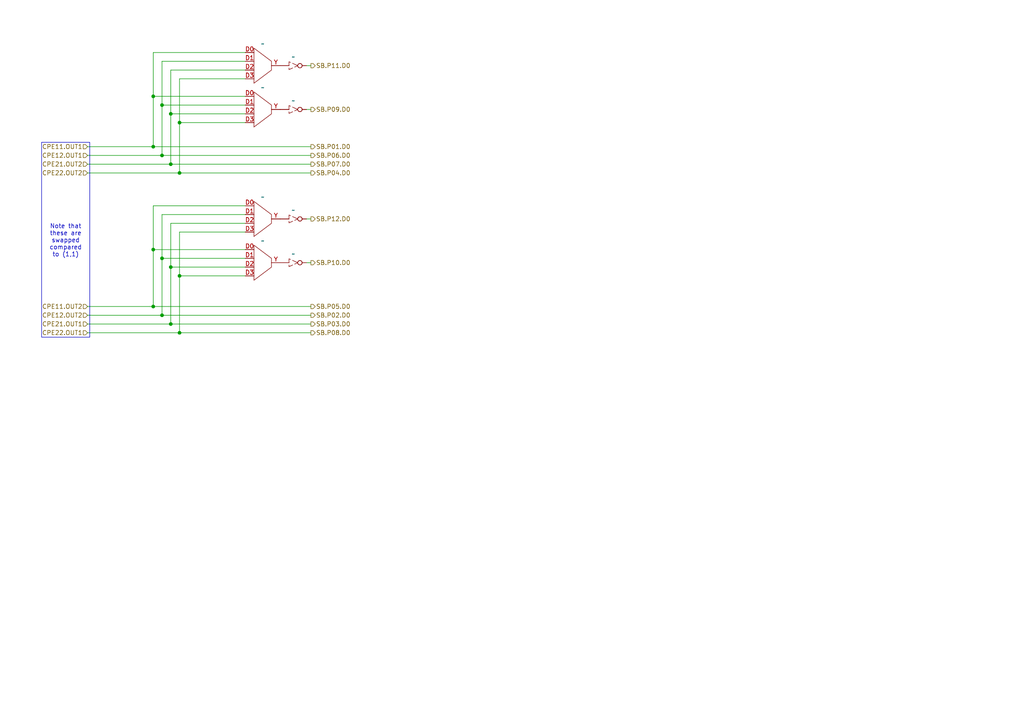
<source format=kicad_sch>
(kicad_sch
	(version 20250114)
	(generator "eeschema")
	(generator_version "9.0")
	(uuid "4e1625c5-cb0b-4f40-8426-42775e024b66")
	(paper "A4")
	(title_block
		(title "Output Multiplexer (2, 2)")
		(date "2025-10-31")
		(rev "1")
		(company "YosysHQ")
	)
	(lib_symbols
		(symbol "NOT_1"
			(exclude_from_sim no)
			(in_bom yes)
			(on_board yes)
			(property "Reference" "U"
				(at 0 0 0)
				(effects
					(font
						(size 1.27 1.27)
					)
				)
			)
			(property "Value" ""
				(at 0 0 0)
				(effects
					(font
						(size 1.27 1.27)
					)
				)
			)
			(property "Footprint" ""
				(at 0 0 0)
				(effects
					(font
						(size 1.27 1.27)
					)
					(hide yes)
				)
			)
			(property "Datasheet" ""
				(at 0 0 0)
				(effects
					(font
						(size 1.27 1.27)
					)
					(hide yes)
				)
			)
			(property "Description" ""
				(at 0 0 0)
				(effects
					(font
						(size 1.27 1.27)
					)
					(hide yes)
				)
			)
			(symbol "NOT_1_0_1"
				(polyline
					(pts
						(xy 1.27 0) (xy -1.27 1.143) (xy -1.27 -1.143) (xy 1.27 0)
					)
					(stroke
						(width 0)
						(type dash)
					)
					(fill
						(type none)
					)
				)
			)
			(symbol "NOT_1_1_1"
				(pin input line
					(at -3.81 0 0)
					(length 2.54)
					(name ""
						(effects
							(font
								(size 1.27 1.27)
							)
						)
					)
					(number ""
						(effects
							(font
								(size 1.27 1.27)
							)
						)
					)
				)
				(pin output inverted
					(at 3.81 0 180)
					(length 2.54)
					(name ""
						(effects
							(font
								(size 1.27 1.27)
							)
						)
					)
					(number ""
						(effects
							(font
								(size 1.27 1.27)
							)
						)
					)
				)
			)
			(embedded_fonts no)
		)
		(symbol "NOT_2"
			(exclude_from_sim no)
			(in_bom yes)
			(on_board yes)
			(property "Reference" "U"
				(at 0 0 0)
				(effects
					(font
						(size 1.27 1.27)
					)
				)
			)
			(property "Value" ""
				(at 0 0 0)
				(effects
					(font
						(size 1.27 1.27)
					)
				)
			)
			(property "Footprint" ""
				(at 0 0 0)
				(effects
					(font
						(size 1.27 1.27)
					)
					(hide yes)
				)
			)
			(property "Datasheet" ""
				(at 0 0 0)
				(effects
					(font
						(size 1.27 1.27)
					)
					(hide yes)
				)
			)
			(property "Description" ""
				(at 0 0 0)
				(effects
					(font
						(size 1.27 1.27)
					)
					(hide yes)
				)
			)
			(symbol "NOT_2_0_1"
				(polyline
					(pts
						(xy 1.27 0) (xy -1.27 1.143) (xy -1.27 -1.143) (xy 1.27 0)
					)
					(stroke
						(width 0)
						(type dash)
					)
					(fill
						(type none)
					)
				)
			)
			(symbol "NOT_2_1_1"
				(pin input line
					(at -3.81 0 0)
					(length 2.54)
					(name ""
						(effects
							(font
								(size 1.27 1.27)
							)
						)
					)
					(number ""
						(effects
							(font
								(size 1.27 1.27)
							)
						)
					)
				)
				(pin output inverted
					(at 3.81 0 180)
					(length 2.54)
					(name ""
						(effects
							(font
								(size 1.27 1.27)
							)
						)
					)
					(number ""
						(effects
							(font
								(size 1.27 1.27)
							)
						)
					)
				)
			)
			(embedded_fonts no)
		)
		(symbol "NOT_3"
			(exclude_from_sim no)
			(in_bom yes)
			(on_board yes)
			(property "Reference" "U"
				(at 0 0 0)
				(effects
					(font
						(size 1.27 1.27)
					)
				)
			)
			(property "Value" ""
				(at 0 0 0)
				(effects
					(font
						(size 1.27 1.27)
					)
				)
			)
			(property "Footprint" ""
				(at 0 0 0)
				(effects
					(font
						(size 1.27 1.27)
					)
					(hide yes)
				)
			)
			(property "Datasheet" ""
				(at 0 0 0)
				(effects
					(font
						(size 1.27 1.27)
					)
					(hide yes)
				)
			)
			(property "Description" ""
				(at 0 0 0)
				(effects
					(font
						(size 1.27 1.27)
					)
					(hide yes)
				)
			)
			(symbol "NOT_3_0_1"
				(polyline
					(pts
						(xy 1.27 0) (xy -1.27 1.143) (xy -1.27 -1.143) (xy 1.27 0)
					)
					(stroke
						(width 0)
						(type dash)
					)
					(fill
						(type none)
					)
				)
			)
			(symbol "NOT_3_1_1"
				(pin input line
					(at -3.81 0 0)
					(length 2.54)
					(name ""
						(effects
							(font
								(size 1.27 1.27)
							)
						)
					)
					(number ""
						(effects
							(font
								(size 1.27 1.27)
							)
						)
					)
				)
				(pin output inverted
					(at 3.81 0 180)
					(length 2.54)
					(name ""
						(effects
							(font
								(size 1.27 1.27)
							)
						)
					)
					(number ""
						(effects
							(font
								(size 1.27 1.27)
							)
						)
					)
				)
			)
			(embedded_fonts no)
		)
		(symbol "prjpeppercorn:MUX4B"
			(exclude_from_sim no)
			(in_bom yes)
			(on_board yes)
			(property "Reference" "M"
				(at 0 -3.81 0)
				(effects
					(font
						(size 1.27 1.27)
					)
				)
			)
			(property "Value" ""
				(at 0 0 0)
				(effects
					(font
						(size 1.27 1.27)
					)
				)
			)
			(property "Footprint" ""
				(at 0 0 0)
				(effects
					(font
						(size 1.27 1.27)
					)
					(hide yes)
				)
			)
			(property "Datasheet" ""
				(at 0 0 0)
				(effects
					(font
						(size 1.27 1.27)
					)
					(hide yes)
				)
			)
			(property "Description" ""
				(at 0 0 0)
				(effects
					(font
						(size 1.27 1.27)
					)
					(hide yes)
				)
			)
			(symbol "MUX4B_0_1"
				(polyline
					(pts
						(xy -2.54 -5.08) (xy -2.54 5.08) (xy 2.54 1.27) (xy 2.54 -1.27) (xy -2.54 -5.08)
					)
					(stroke
						(width 0)
						(type default)
					)
					(fill
						(type none)
					)
				)
			)
			(symbol "MUX4B_1_1"
				(pin input line
					(at -5.08 3.81 0)
					(length 2.54)
					(name ""
						(effects
							(font
								(size 1.27 1.27)
							)
						)
					)
					(number "D0"
						(effects
							(font
								(size 1.27 1.27)
							)
						)
					)
				)
				(pin input line
					(at -5.08 1.27 0)
					(length 2.54)
					(name ""
						(effects
							(font
								(size 1.27 1.27)
							)
						)
					)
					(number "D1"
						(effects
							(font
								(size 1.27 1.27)
							)
						)
					)
				)
				(pin input line
					(at -5.08 -1.27 0)
					(length 2.54)
					(name ""
						(effects
							(font
								(size 1.27 1.27)
							)
						)
					)
					(number "D2"
						(effects
							(font
								(size 1.27 1.27)
							)
						)
					)
				)
				(pin input line
					(at -5.08 -3.81 0)
					(length 2.54)
					(name ""
						(effects
							(font
								(size 1.27 1.27)
							)
						)
					)
					(number "D3"
						(effects
							(font
								(size 1.27 1.27)
							)
						)
					)
				)
				(pin output line
					(at 5.08 0 180)
					(length 2.54)
					(name ""
						(effects
							(font
								(size 1.27 1.27)
							)
						)
					)
					(number "Y"
						(effects
							(font
								(size 1.27 1.27)
							)
						)
					)
				)
			)
			(embedded_fonts no)
		)
		(symbol "prjpeppercorn:NOT"
			(exclude_from_sim no)
			(in_bom yes)
			(on_board yes)
			(property "Reference" "U"
				(at 0 0 0)
				(effects
					(font
						(size 1.27 1.27)
					)
				)
			)
			(property "Value" ""
				(at 0 0 0)
				(effects
					(font
						(size 1.27 1.27)
					)
				)
			)
			(property "Footprint" ""
				(at 0 0 0)
				(effects
					(font
						(size 1.27 1.27)
					)
					(hide yes)
				)
			)
			(property "Datasheet" ""
				(at 0 0 0)
				(effects
					(font
						(size 1.27 1.27)
					)
					(hide yes)
				)
			)
			(property "Description" ""
				(at 0 0 0)
				(effects
					(font
						(size 1.27 1.27)
					)
					(hide yes)
				)
			)
			(symbol "NOT_0_1"
				(polyline
					(pts
						(xy 1.27 0) (xy -1.27 1.143) (xy -1.27 -1.143) (xy 1.27 0)
					)
					(stroke
						(width 0)
						(type dash)
					)
					(fill
						(type none)
					)
				)
			)
			(symbol "NOT_1_1"
				(pin input line
					(at -3.81 0 0)
					(length 2.54)
					(name ""
						(effects
							(font
								(size 1.27 1.27)
							)
						)
					)
					(number ""
						(effects
							(font
								(size 1.27 1.27)
							)
						)
					)
				)
				(pin output inverted
					(at 3.81 0 180)
					(length 2.54)
					(name ""
						(effects
							(font
								(size 1.27 1.27)
							)
						)
					)
					(number ""
						(effects
							(font
								(size 1.27 1.27)
							)
						)
					)
				)
			)
			(embedded_fonts no)
		)
	)
	(rectangle
		(start 12.065 41.275)
		(end 26.035 97.79)
		(stroke
			(width 0)
			(type default)
		)
		(fill
			(type none)
		)
		(uuid 712f163b-67d4-4aa7-8977-e17da9c8cf56)
	)
	(text "Note that\nthese are\nswapped\ncompared\nto (1,1)"
		(exclude_from_sim no)
		(at 19.05 69.85 0)
		(effects
			(font
				(size 1.27 1.27)
			)
		)
		(uuid "3d7b3738-a2a8-49b6-9ead-ca860524e0a1")
	)
	(junction
		(at 44.45 27.94)
		(diameter 0)
		(color 0 0 0 0)
		(uuid "217c4f31-9ed6-4d2a-a3ef-55e8c9ca84dd")
	)
	(junction
		(at 44.45 72.39)
		(diameter 0)
		(color 0 0 0 0)
		(uuid "22e2bc09-7df4-42cd-933f-24bfd9ded67b")
	)
	(junction
		(at 46.99 45.085)
		(diameter 0)
		(color 0 0 0 0)
		(uuid "267cc6ca-c4cf-4ab1-a3e4-767b390516bd")
	)
	(junction
		(at 52.07 50.165)
		(diameter 0)
		(color 0 0 0 0)
		(uuid "4def519e-54a7-4f91-85af-a17bf1f0249f")
	)
	(junction
		(at 46.99 91.44)
		(diameter 0)
		(color 0 0 0 0)
		(uuid "5232f501-f629-451c-b7d2-fc88a59ec341")
	)
	(junction
		(at 49.53 77.47)
		(diameter 0)
		(color 0 0 0 0)
		(uuid "5c461087-fa9a-44aa-bb82-a5afa0771acb")
	)
	(junction
		(at 52.07 96.52)
		(diameter 0)
		(color 0 0 0 0)
		(uuid "61ea0627-051c-426d-a617-74d43de96b7a")
	)
	(junction
		(at 52.07 80.01)
		(diameter 0)
		(color 0 0 0 0)
		(uuid "65c9301b-a21e-4c13-be65-b49bce343062")
	)
	(junction
		(at 49.53 47.625)
		(diameter 0)
		(color 0 0 0 0)
		(uuid "6a80216a-23aa-4740-84ac-052500690e1e")
	)
	(junction
		(at 49.53 33.02)
		(diameter 0)
		(color 0 0 0 0)
		(uuid "7f2acc93-a98f-44ea-b11a-85088a1add0f")
	)
	(junction
		(at 44.45 88.9)
		(diameter 0)
		(color 0 0 0 0)
		(uuid "862b138e-4936-42a0-9c16-9e3ea572af95")
	)
	(junction
		(at 49.53 93.98)
		(diameter 0)
		(color 0 0 0 0)
		(uuid "c5fcfe85-8f94-4b4d-8aaf-7c6f668e3d00")
	)
	(junction
		(at 44.45 42.545)
		(diameter 0)
		(color 0 0 0 0)
		(uuid "d7769036-99d6-41da-803d-7380a833edfe")
	)
	(junction
		(at 46.99 74.93)
		(diameter 0)
		(color 0 0 0 0)
		(uuid "df2ba79e-23fb-4702-96fa-4edd4f2da841")
	)
	(junction
		(at 46.99 30.48)
		(diameter 0)
		(color 0 0 0 0)
		(uuid "e02c558d-f4e2-43b2-88b5-6c3dee71f870")
	)
	(junction
		(at 52.07 35.56)
		(diameter 0)
		(color 0 0 0 0)
		(uuid "f9a6d7bd-020c-4608-a4be-3c808b5d6adc")
	)
	(wire
		(pts
			(xy 52.07 22.86) (xy 52.07 35.56)
		)
		(stroke
			(width 0)
			(type default)
		)
		(uuid "0dbe079b-ad39-49bf-9698-096bfbddcbee")
	)
	(wire
		(pts
			(xy 71.12 20.32) (xy 49.53 20.32)
		)
		(stroke
			(width 0)
			(type default)
		)
		(uuid "118b38c1-90d5-4d67-a641-9d7a2a3158c7")
	)
	(wire
		(pts
			(xy 71.12 67.31) (xy 52.07 67.31)
		)
		(stroke
			(width 0)
			(type default)
		)
		(uuid "1c827dea-a3e0-4a80-bdaa-f82bbf7c675f")
	)
	(wire
		(pts
			(xy 44.45 27.94) (xy 71.12 27.94)
		)
		(stroke
			(width 0)
			(type default)
		)
		(uuid "217c63d0-6dd4-40a3-a662-bfc74f9e27eb")
	)
	(wire
		(pts
			(xy 49.53 77.47) (xy 49.53 93.98)
		)
		(stroke
			(width 0)
			(type default)
		)
		(uuid "233b7732-b367-40fb-86c7-920305f3f509")
	)
	(wire
		(pts
			(xy 46.99 91.44) (xy 90.17 91.44)
		)
		(stroke
			(width 0)
			(type default)
		)
		(uuid "2620f0e6-dae4-4315-91a4-608bfe4423ee")
	)
	(wire
		(pts
			(xy 25.4 91.44) (xy 46.99 91.44)
		)
		(stroke
			(width 0)
			(type default)
		)
		(uuid "27fd4190-bc6b-4a21-8f52-7878335103d3")
	)
	(wire
		(pts
			(xy 25.4 47.625) (xy 49.53 47.625)
		)
		(stroke
			(width 0)
			(type default)
		)
		(uuid "29fab24e-4c15-4d35-8ffd-aced5bfebecb")
	)
	(wire
		(pts
			(xy 71.12 64.77) (xy 49.53 64.77)
		)
		(stroke
			(width 0)
			(type default)
		)
		(uuid "2e5da783-dcce-4d68-892a-63a21991b7ba")
	)
	(wire
		(pts
			(xy 25.4 96.52) (xy 52.07 96.52)
		)
		(stroke
			(width 0)
			(type default)
		)
		(uuid "3a810f88-712d-498a-8371-ade536b2680b")
	)
	(wire
		(pts
			(xy 49.53 47.625) (xy 90.17 47.625)
		)
		(stroke
			(width 0)
			(type default)
		)
		(uuid "3b80bf27-2bb4-4e49-9619-30ef0bcd500d")
	)
	(wire
		(pts
			(xy 44.45 42.545) (xy 90.17 42.545)
		)
		(stroke
			(width 0)
			(type default)
		)
		(uuid "3cc9ec07-6fbd-457f-80da-1dc16a2bd1a0")
	)
	(wire
		(pts
			(xy 52.07 67.31) (xy 52.07 80.01)
		)
		(stroke
			(width 0)
			(type default)
		)
		(uuid "4f5b702e-0e0b-48b1-a93c-eebc5a9a84fd")
	)
	(wire
		(pts
			(xy 52.07 80.01) (xy 52.07 96.52)
		)
		(stroke
			(width 0)
			(type default)
		)
		(uuid "5037643b-47b4-4cf5-8482-ae9e6c79c29c")
	)
	(wire
		(pts
			(xy 88.9 19.05) (xy 90.17 19.05)
		)
		(stroke
			(width 0)
			(type default)
		)
		(uuid "62217e90-35ec-45e3-acad-fe071e095243")
	)
	(wire
		(pts
			(xy 25.4 93.98) (xy 49.53 93.98)
		)
		(stroke
			(width 0)
			(type default)
		)
		(uuid "64043740-6659-4e6b-b25c-eb32eab6978d")
	)
	(wire
		(pts
			(xy 25.4 45.085) (xy 46.99 45.085)
		)
		(stroke
			(width 0)
			(type default)
		)
		(uuid "64616391-1ca4-4950-956b-2b1b3fa49610")
	)
	(wire
		(pts
			(xy 44.45 88.9) (xy 90.17 88.9)
		)
		(stroke
			(width 0)
			(type default)
		)
		(uuid "6c623767-7b6b-4d47-bd6c-710b348c301d")
	)
	(wire
		(pts
			(xy 49.53 20.32) (xy 49.53 33.02)
		)
		(stroke
			(width 0)
			(type default)
		)
		(uuid "6d83eb3a-8b4f-4779-8a05-71567de046ff")
	)
	(wire
		(pts
			(xy 52.07 80.01) (xy 71.12 80.01)
		)
		(stroke
			(width 0)
			(type default)
		)
		(uuid "6ea6d33a-7bc6-4f8e-bf20-072bee39b651")
	)
	(wire
		(pts
			(xy 44.45 42.545) (xy 44.45 27.94)
		)
		(stroke
			(width 0)
			(type default)
		)
		(uuid "75573d7d-0eec-4e26-bcad-239a495c50cf")
	)
	(wire
		(pts
			(xy 44.45 15.24) (xy 71.12 15.24)
		)
		(stroke
			(width 0)
			(type default)
		)
		(uuid "81ea1d4a-9e4c-4a37-bcf7-e79945b53524")
	)
	(wire
		(pts
			(xy 88.9 31.75) (xy 90.17 31.75)
		)
		(stroke
			(width 0)
			(type default)
		)
		(uuid "8b28c57e-7ea6-4cfa-a100-1cc6008f368f")
	)
	(wire
		(pts
			(xy 46.99 74.93) (xy 71.12 74.93)
		)
		(stroke
			(width 0)
			(type default)
		)
		(uuid "8df11f57-e893-436b-bc0f-8bb683761841")
	)
	(wire
		(pts
			(xy 44.45 88.9) (xy 44.45 72.39)
		)
		(stroke
			(width 0)
			(type default)
		)
		(uuid "8e4294b4-dd1c-4e6f-913a-9548bf0975d8")
	)
	(wire
		(pts
			(xy 25.4 88.9) (xy 44.45 88.9)
		)
		(stroke
			(width 0)
			(type default)
		)
		(uuid "927b3a86-63f3-47d9-a644-053ff491448a")
	)
	(wire
		(pts
			(xy 49.53 77.47) (xy 71.12 77.47)
		)
		(stroke
			(width 0)
			(type default)
		)
		(uuid "947c66a8-b015-4f0c-ace8-79fd7879ae45")
	)
	(wire
		(pts
			(xy 46.99 17.78) (xy 71.12 17.78)
		)
		(stroke
			(width 0)
			(type default)
		)
		(uuid "94ed2dd2-f50b-4945-94b8-d0c59a4805f3")
	)
	(wire
		(pts
			(xy 52.07 96.52) (xy 90.17 96.52)
		)
		(stroke
			(width 0)
			(type default)
		)
		(uuid "a0237422-e26a-4da1-b004-0feb34b85948")
	)
	(wire
		(pts
			(xy 46.99 30.48) (xy 46.99 45.085)
		)
		(stroke
			(width 0)
			(type default)
		)
		(uuid "a6d8b8a5-e206-46af-a053-dda1df997d31")
	)
	(wire
		(pts
			(xy 44.45 27.94) (xy 44.45 15.24)
		)
		(stroke
			(width 0)
			(type default)
		)
		(uuid "a7e2cc15-7d62-41db-9183-0c308ce9a61a")
	)
	(wire
		(pts
			(xy 71.12 62.23) (xy 46.99 62.23)
		)
		(stroke
			(width 0)
			(type default)
		)
		(uuid "aad67920-9a19-495e-a458-1535fd1decb1")
	)
	(wire
		(pts
			(xy 49.53 64.77) (xy 49.53 77.47)
		)
		(stroke
			(width 0)
			(type default)
		)
		(uuid "ad17121c-62c3-45c6-8085-fca0e496c051")
	)
	(wire
		(pts
			(xy 46.99 45.085) (xy 90.17 45.085)
		)
		(stroke
			(width 0)
			(type default)
		)
		(uuid "b0796ed5-66b0-4c43-8957-69c67302e5f7")
	)
	(wire
		(pts
			(xy 52.07 35.56) (xy 52.07 50.165)
		)
		(stroke
			(width 0)
			(type default)
		)
		(uuid "b2f91ba5-917b-4be2-b669-2eebf82403b2")
	)
	(wire
		(pts
			(xy 25.4 42.545) (xy 44.45 42.545)
		)
		(stroke
			(width 0)
			(type default)
		)
		(uuid "b3db53d6-35bb-4b1e-8a46-fe20fdaf6cfa")
	)
	(wire
		(pts
			(xy 46.99 74.93) (xy 46.99 91.44)
		)
		(stroke
			(width 0)
			(type default)
		)
		(uuid "b6640693-8e45-434a-8465-fdaefd385c09")
	)
	(wire
		(pts
			(xy 44.45 59.69) (xy 71.12 59.69)
		)
		(stroke
			(width 0)
			(type default)
		)
		(uuid "bca2d0e8-6ce9-4d75-b349-66b1f915fca7")
	)
	(wire
		(pts
			(xy 71.12 35.56) (xy 52.07 35.56)
		)
		(stroke
			(width 0)
			(type default)
		)
		(uuid "bcbd8fd0-0244-4a1e-854e-2002fc28b5db")
	)
	(wire
		(pts
			(xy 88.9 63.5) (xy 90.17 63.5)
		)
		(stroke
			(width 0)
			(type default)
		)
		(uuid "be229551-672b-4bb9-b43d-059a4a1db041")
	)
	(wire
		(pts
			(xy 44.45 72.39) (xy 71.12 72.39)
		)
		(stroke
			(width 0)
			(type default)
		)
		(uuid "be669c5c-2b25-4964-9bb8-26fee28f70e9")
	)
	(wire
		(pts
			(xy 46.99 30.48) (xy 71.12 30.48)
		)
		(stroke
			(width 0)
			(type default)
		)
		(uuid "bf7a9bc3-0937-4f9d-a82d-aa23f7799a88")
	)
	(wire
		(pts
			(xy 71.12 33.02) (xy 49.53 33.02)
		)
		(stroke
			(width 0)
			(type default)
		)
		(uuid "c9082475-131b-4c5c-8e3f-3bc7e1252ecf")
	)
	(wire
		(pts
			(xy 46.99 62.23) (xy 46.99 74.93)
		)
		(stroke
			(width 0)
			(type default)
		)
		(uuid "cd0c5563-fa88-4e63-9029-4ec0271961d2")
	)
	(wire
		(pts
			(xy 49.53 33.02) (xy 49.53 47.625)
		)
		(stroke
			(width 0)
			(type default)
		)
		(uuid "ceee9a1f-c2e4-4413-9bfb-7d3031297ae3")
	)
	(wire
		(pts
			(xy 71.12 22.86) (xy 52.07 22.86)
		)
		(stroke
			(width 0)
			(type default)
		)
		(uuid "d8da37b9-6e5a-497b-8fb0-38351a2c5ed8")
	)
	(wire
		(pts
			(xy 49.53 93.98) (xy 90.17 93.98)
		)
		(stroke
			(width 0)
			(type default)
		)
		(uuid "e1b2d6bb-5fe6-4951-a704-934a93ba6ded")
	)
	(wire
		(pts
			(xy 52.07 50.165) (xy 90.17 50.165)
		)
		(stroke
			(width 0)
			(type default)
		)
		(uuid "e1efaf15-1e18-4b40-af76-b9d2068a05f6")
	)
	(wire
		(pts
			(xy 25.4 50.165) (xy 52.07 50.165)
		)
		(stroke
			(width 0)
			(type default)
		)
		(uuid "ef394ff2-c6ee-4a5b-a121-d998d23f1b9d")
	)
	(wire
		(pts
			(xy 88.9 76.2) (xy 90.17 76.2)
		)
		(stroke
			(width 0)
			(type default)
		)
		(uuid "f3a2df5c-56e0-4bca-a325-5684239c4975")
	)
	(wire
		(pts
			(xy 44.45 72.39) (xy 44.45 59.69)
		)
		(stroke
			(width 0)
			(type default)
		)
		(uuid "f757ae71-7914-413a-9b41-bb18f1e38831")
	)
	(wire
		(pts
			(xy 46.99 30.48) (xy 46.99 17.78)
		)
		(stroke
			(width 0)
			(type default)
		)
		(uuid "fd0cd813-839a-4333-909d-bdb906b34a00")
	)
	(hierarchical_label "SB.P07.D0"
		(shape output)
		(at 90.17 47.625 0)
		(effects
			(font
				(size 1.27 1.27)
			)
			(justify left)
		)
		(uuid "0b9b7d76-3731-4f24-a2df-0b87a6b6f879")
	)
	(hierarchical_label "CPE11.OUT1"
		(shape input)
		(at 25.4 42.545 180)
		(effects
			(font
				(size 1.27 1.27)
			)
			(justify right)
		)
		(uuid "0e675a5d-5385-4ee7-9ccd-422c7289f64b")
	)
	(hierarchical_label "SB.P11.D0"
		(shape output)
		(at 90.17 19.05 0)
		(effects
			(font
				(size 1.27 1.27)
			)
			(justify left)
		)
		(uuid "148757be-ccd4-41bd-aa4f-9fd5d2e022e1")
	)
	(hierarchical_label "SB.P12.D0"
		(shape output)
		(at 90.17 63.5 0)
		(effects
			(font
				(size 1.27 1.27)
			)
			(justify left)
		)
		(uuid "1e2abf86-5bfc-4b2f-97e6-8967180b5055")
	)
	(hierarchical_label "SB.P02.D0"
		(shape output)
		(at 90.17 91.44 0)
		(effects
			(font
				(size 1.27 1.27)
			)
			(justify left)
		)
		(uuid "404f9bc9-699e-4706-9005-4c6d6209e399")
	)
	(hierarchical_label "CPE21.OUT2"
		(shape input)
		(at 25.4 47.625 180)
		(effects
			(font
				(size 1.27 1.27)
			)
			(justify right)
		)
		(uuid "43450afb-5510-4819-aa58-743d4d165b57")
	)
	(hierarchical_label "SB.P03.D0"
		(shape output)
		(at 90.17 93.98 0)
		(effects
			(font
				(size 1.27 1.27)
			)
			(justify left)
		)
		(uuid "634a267c-027e-495f-a40a-944e4733eba0")
	)
	(hierarchical_label "CPE22.OUT2"
		(shape input)
		(at 25.4 50.165 180)
		(effects
			(font
				(size 1.27 1.27)
			)
			(justify right)
		)
		(uuid "6b43cbfa-535d-471e-9843-eb645e769a94")
	)
	(hierarchical_label "SB.P10.D0"
		(shape output)
		(at 90.17 76.2 0)
		(effects
			(font
				(size 1.27 1.27)
			)
			(justify left)
		)
		(uuid "6b7e4305-6abd-4405-8ef9-3a6ecf83762d")
	)
	(hierarchical_label "CPE12.OUT2"
		(shape input)
		(at 25.4 91.44 180)
		(effects
			(font
				(size 1.27 1.27)
			)
			(justify right)
		)
		(uuid "6c7abffa-9328-4259-97ff-145128e118f6")
	)
	(hierarchical_label "SB.P04.D0"
		(shape output)
		(at 90.17 50.165 0)
		(effects
			(font
				(size 1.27 1.27)
			)
			(justify left)
		)
		(uuid "76555b26-a187-4082-bd85-ce36ca3ff7e1")
	)
	(hierarchical_label "CPE11.OUT2"
		(shape input)
		(at 25.4 88.9 180)
		(effects
			(font
				(size 1.27 1.27)
			)
			(justify right)
		)
		(uuid "95278637-8dc3-41c4-96d5-1a540d22dfbc")
	)
	(hierarchical_label "CPE12.OUT1"
		(shape input)
		(at 25.4 45.085 180)
		(effects
			(font
				(size 1.27 1.27)
			)
			(justify right)
		)
		(uuid "97ff87af-72cb-48db-b1bc-5928880d02d1")
	)
	(hierarchical_label "SB.P05.D0"
		(shape output)
		(at 90.17 88.9 0)
		(effects
			(font
				(size 1.27 1.27)
			)
			(justify left)
		)
		(uuid "b350be91-e61d-44dc-b850-2791195a8e13")
	)
	(hierarchical_label "CPE22.OUT1"
		(shape input)
		(at 25.4 96.52 180)
		(effects
			(font
				(size 1.27 1.27)
			)
			(justify right)
		)
		(uuid "b564f05b-9196-4a42-bd1c-5d8756aa7cfc")
	)
	(hierarchical_label "SB.P08.D0"
		(shape output)
		(at 90.17 96.52 0)
		(effects
			(font
				(size 1.27 1.27)
			)
			(justify left)
		)
		(uuid "c2a69e6c-698b-4aec-948a-e152abee3797")
	)
	(hierarchical_label "SB.P06.D0"
		(shape output)
		(at 90.17 45.085 0)
		(effects
			(font
				(size 1.27 1.27)
			)
			(justify left)
		)
		(uuid "d989b949-c3df-48e2-a031-7a4152d4188c")
	)
	(hierarchical_label "SB.P09.D0"
		(shape output)
		(at 90.17 31.75 0)
		(effects
			(font
				(size 1.27 1.27)
			)
			(justify left)
		)
		(uuid "e6f7bd67-1edd-41d4-bb28-cc47c33618af")
	)
	(hierarchical_label "CPE21.OUT1"
		(shape input)
		(at 25.4 93.98 180)
		(effects
			(font
				(size 1.27 1.27)
			)
			(justify right)
		)
		(uuid "e94b63b1-cd3e-4c4f-be10-a120a3a7e4c4")
	)
	(hierarchical_label "SB.P01.D0"
		(shape output)
		(at 90.17 42.545 0)
		(effects
			(font
				(size 1.27 1.27)
			)
			(justify left)
		)
		(uuid "fe3bf976-44a0-4cb4-b274-3ea541a7feb5")
	)
	(symbol
		(lib_id "prjpeppercorn:NOT")
		(at 85.09 63.5 0)
		(unit 1)
		(exclude_from_sim no)
		(in_bom yes)
		(on_board yes)
		(dnp no)
		(fields_autoplaced yes)
		(uuid "0d04b710-5df3-4ee8-af23-70458fe13d72")
		(property "Reference" "U2107"
			(at 85.09 58.42 0)
			(effects
				(font
					(size 1.27 1.27)
				)
				(hide yes)
			)
		)
		(property "Value" "~"
			(at 85.09 60.96 0)
			(effects
				(font
					(size 1.27 1.27)
				)
			)
		)
		(property "Footprint" ""
			(at 85.09 63.5 0)
			(effects
				(font
					(size 1.27 1.27)
				)
				(hide yes)
			)
		)
		(property "Datasheet" ""
			(at 85.09 63.5 0)
			(effects
				(font
					(size 1.27 1.27)
				)
				(hide yes)
			)
		)
		(property "Description" ""
			(at 85.09 63.5 0)
			(effects
				(font
					(size 1.27 1.27)
				)
				(hide yes)
			)
		)
		(pin ""
			(uuid "9d9a21ec-af6f-4b58-958a-7241b53db5ed")
		)
		(pin ""
			(uuid "f05dd21e-d7e2-4223-b01b-e5ae4b110f6f")
		)
		(instances
			(project "prjpeppercorn"
				(path "/5a7723f7-3f6f-437e-b958-e402b06d3f54/34307b1c-bb59-4948-a0b5-690c6f35f493"
					(reference "U2123")
					(unit 1)
				)
				(path "/5a7723f7-3f6f-437e-b958-e402b06d3f54/3fc18cdd-76bf-4b52-9ef6-a64543f67288"
					(reference "U2131")
					(unit 1)
				)
				(path "/5a7723f7-3f6f-437e-b958-e402b06d3f54/4dd9b8e4-b3dc-4653-8e4c-10fb774b1e10"
					(reference "U2115")
					(unit 1)
				)
				(path "/5a7723f7-3f6f-437e-b958-e402b06d3f54/4ee8840f-c034-4c64-a613-6418dbdce00d"
					(reference "U2107")
					(unit 1)
				)
			)
		)
	)
	(symbol
		(lib_id "prjpeppercorn:MUX4B")
		(at 76.2 31.75 0)
		(unit 1)
		(exclude_from_sim no)
		(in_bom yes)
		(on_board yes)
		(dnp no)
		(fields_autoplaced yes)
		(uuid "5222b365-e0aa-4a5f-a355-037a97d86bba")
		(property "Reference" "M811"
			(at 76.2 22.86 0)
			(effects
				(font
					(size 1.27 1.27)
				)
				(hide yes)
			)
		)
		(property "Value" "~"
			(at 76.2 25.4 0)
			(effects
				(font
					(size 1.27 1.27)
				)
			)
		)
		(property "Footprint" ""
			(at 76.2 31.75 0)
			(effects
				(font
					(size 1.27 1.27)
				)
				(hide yes)
			)
		)
		(property "Datasheet" ""
			(at 76.2 31.75 0)
			(effects
				(font
					(size 1.27 1.27)
				)
				(hide yes)
			)
		)
		(property "Description" ""
			(at 76.2 31.75 0)
			(effects
				(font
					(size 1.27 1.27)
				)
				(hide yes)
			)
		)
		(pin "D2"
			(uuid "a3a60f27-6aad-4ff5-a29e-986e910e2c8b")
		)
		(pin "D1"
			(uuid "b09d89ec-f9b7-4731-9396-6efe24de6bcc")
		)
		(pin "D0"
			(uuid "b0e1a1f3-36fb-42dc-b02a-db963d9ffc2d")
		)
		(pin "D3"
			(uuid "ae070190-7810-4cf0-915e-37d8dc13818a")
		)
		(pin "Y"
			(uuid "41d3a222-e271-418d-b299-1b2036d10dcb")
		)
		(instances
			(project "prjpeppercorn"
				(path "/5a7723f7-3f6f-437e-b958-e402b06d3f54/34307b1c-bb59-4948-a0b5-690c6f35f493"
					(reference "M827")
					(unit 1)
				)
				(path "/5a7723f7-3f6f-437e-b958-e402b06d3f54/3fc18cdd-76bf-4b52-9ef6-a64543f67288"
					(reference "M835")
					(unit 1)
				)
				(path "/5a7723f7-3f6f-437e-b958-e402b06d3f54/4dd9b8e4-b3dc-4653-8e4c-10fb774b1e10"
					(reference "M819")
					(unit 1)
				)
				(path "/5a7723f7-3f6f-437e-b958-e402b06d3f54/4ee8840f-c034-4c64-a613-6418dbdce00d"
					(reference "M811")
					(unit 1)
				)
			)
		)
	)
	(symbol
		(lib_name "NOT_2")
		(lib_id "prjpeppercorn:NOT")
		(at 85.09 19.05 0)
		(unit 1)
		(exclude_from_sim no)
		(in_bom yes)
		(on_board yes)
		(dnp no)
		(fields_autoplaced yes)
		(uuid "67eceeba-efc6-4901-bf14-e162f4fa5fbb")
		(property "Reference" "U2105"
			(at 85.09 13.97 0)
			(effects
				(font
					(size 1.27 1.27)
				)
				(hide yes)
			)
		)
		(property "Value" "~"
			(at 85.09 16.51 0)
			(effects
				(font
					(size 1.27 1.27)
				)
			)
		)
		(property "Footprint" ""
			(at 85.09 19.05 0)
			(effects
				(font
					(size 1.27 1.27)
				)
				(hide yes)
			)
		)
		(property "Datasheet" ""
			(at 85.09 19.05 0)
			(effects
				(font
					(size 1.27 1.27)
				)
				(hide yes)
			)
		)
		(property "Description" ""
			(at 85.09 19.05 0)
			(effects
				(font
					(size 1.27 1.27)
				)
				(hide yes)
			)
		)
		(pin ""
			(uuid "2d6f9503-15d5-438f-835e-197e411d4d39")
		)
		(pin ""
			(uuid "10c4e4ff-c274-427c-8e4d-97f104dd94a6")
		)
		(instances
			(project "prjpeppercorn"
				(path "/5a7723f7-3f6f-437e-b958-e402b06d3f54/34307b1c-bb59-4948-a0b5-690c6f35f493"
					(reference "U2121")
					(unit 1)
				)
				(path "/5a7723f7-3f6f-437e-b958-e402b06d3f54/3fc18cdd-76bf-4b52-9ef6-a64543f67288"
					(reference "U2129")
					(unit 1)
				)
				(path "/5a7723f7-3f6f-437e-b958-e402b06d3f54/4dd9b8e4-b3dc-4653-8e4c-10fb774b1e10"
					(reference "U2113")
					(unit 1)
				)
				(path "/5a7723f7-3f6f-437e-b958-e402b06d3f54/4ee8840f-c034-4c64-a613-6418dbdce00d"
					(reference "U2105")
					(unit 1)
				)
			)
		)
	)
	(symbol
		(lib_name "NOT_3")
		(lib_id "prjpeppercorn:NOT")
		(at 85.09 31.75 0)
		(unit 1)
		(exclude_from_sim no)
		(in_bom yes)
		(on_board yes)
		(dnp no)
		(fields_autoplaced yes)
		(uuid "88a7544b-ed84-45a1-acf3-80d1a1462cee")
		(property "Reference" "U2106"
			(at 85.09 26.67 0)
			(effects
				(font
					(size 1.27 1.27)
				)
				(hide yes)
			)
		)
		(property "Value" "~"
			(at 85.09 29.21 0)
			(effects
				(font
					(size 1.27 1.27)
				)
			)
		)
		(property "Footprint" ""
			(at 85.09 31.75 0)
			(effects
				(font
					(size 1.27 1.27)
				)
				(hide yes)
			)
		)
		(property "Datasheet" ""
			(at 85.09 31.75 0)
			(effects
				(font
					(size 1.27 1.27)
				)
				(hide yes)
			)
		)
		(property "Description" ""
			(at 85.09 31.75 0)
			(effects
				(font
					(size 1.27 1.27)
				)
				(hide yes)
			)
		)
		(pin ""
			(uuid "19a4cd35-1007-48e0-8b41-ff5159e7430b")
		)
		(pin ""
			(uuid "8a759aba-2f29-4efc-8770-409eb2c6cf61")
		)
		(instances
			(project "prjpeppercorn"
				(path "/5a7723f7-3f6f-437e-b958-e402b06d3f54/34307b1c-bb59-4948-a0b5-690c6f35f493"
					(reference "U2122")
					(unit 1)
				)
				(path "/5a7723f7-3f6f-437e-b958-e402b06d3f54/3fc18cdd-76bf-4b52-9ef6-a64543f67288"
					(reference "U2130")
					(unit 1)
				)
				(path "/5a7723f7-3f6f-437e-b958-e402b06d3f54/4dd9b8e4-b3dc-4653-8e4c-10fb774b1e10"
					(reference "U2114")
					(unit 1)
				)
				(path "/5a7723f7-3f6f-437e-b958-e402b06d3f54/4ee8840f-c034-4c64-a613-6418dbdce00d"
					(reference "U2106")
					(unit 1)
				)
			)
		)
	)
	(symbol
		(lib_id "prjpeppercorn:MUX4B")
		(at 76.2 76.2 0)
		(unit 1)
		(exclude_from_sim no)
		(in_bom yes)
		(on_board yes)
		(dnp no)
		(fields_autoplaced yes)
		(uuid "bf6c8f6a-481d-4c04-8402-794cf87a0695")
		(property "Reference" "M813"
			(at 76.2 67.31 0)
			(effects
				(font
					(size 1.27 1.27)
				)
				(hide yes)
			)
		)
		(property "Value" "~"
			(at 76.2 69.85 0)
			(effects
				(font
					(size 1.27 1.27)
				)
			)
		)
		(property "Footprint" ""
			(at 76.2 76.2 0)
			(effects
				(font
					(size 1.27 1.27)
				)
				(hide yes)
			)
		)
		(property "Datasheet" ""
			(at 76.2 76.2 0)
			(effects
				(font
					(size 1.27 1.27)
				)
				(hide yes)
			)
		)
		(property "Description" ""
			(at 76.2 76.2 0)
			(effects
				(font
					(size 1.27 1.27)
				)
				(hide yes)
			)
		)
		(pin "D2"
			(uuid "02385817-18dc-43ca-8305-edf5d1543c8d")
		)
		(pin "D1"
			(uuid "9b728955-b04a-4d88-93a4-cb966f64f1c4")
		)
		(pin "D0"
			(uuid "d5e5a08e-dd89-4c81-af92-1c26a5a8dced")
		)
		(pin "D3"
			(uuid "a15f80bd-1763-4c3f-b5b2-3f676e4c7985")
		)
		(pin "Y"
			(uuid "40e7b5ca-722d-4f6f-80ae-4d08033189c1")
		)
		(instances
			(project "prjpeppercorn"
				(path "/5a7723f7-3f6f-437e-b958-e402b06d3f54/34307b1c-bb59-4948-a0b5-690c6f35f493"
					(reference "M829")
					(unit 1)
				)
				(path "/5a7723f7-3f6f-437e-b958-e402b06d3f54/3fc18cdd-76bf-4b52-9ef6-a64543f67288"
					(reference "M837")
					(unit 1)
				)
				(path "/5a7723f7-3f6f-437e-b958-e402b06d3f54/4dd9b8e4-b3dc-4653-8e4c-10fb774b1e10"
					(reference "M821")
					(unit 1)
				)
				(path "/5a7723f7-3f6f-437e-b958-e402b06d3f54/4ee8840f-c034-4c64-a613-6418dbdce00d"
					(reference "M813")
					(unit 1)
				)
			)
		)
	)
	(symbol
		(lib_id "prjpeppercorn:MUX4B")
		(at 76.2 63.5 0)
		(unit 1)
		(exclude_from_sim no)
		(in_bom yes)
		(on_board yes)
		(dnp no)
		(fields_autoplaced yes)
		(uuid "c2596530-91fd-4f8e-be93-c78be547e2e4")
		(property "Reference" "M812"
			(at 76.2 54.61 0)
			(effects
				(font
					(size 1.27 1.27)
				)
				(hide yes)
			)
		)
		(property "Value" "~"
			(at 76.2 57.15 0)
			(effects
				(font
					(size 1.27 1.27)
				)
			)
		)
		(property "Footprint" ""
			(at 76.2 63.5 0)
			(effects
				(font
					(size 1.27 1.27)
				)
				(hide yes)
			)
		)
		(property "Datasheet" ""
			(at 76.2 63.5 0)
			(effects
				(font
					(size 1.27 1.27)
				)
				(hide yes)
			)
		)
		(property "Description" ""
			(at 76.2 63.5 0)
			(effects
				(font
					(size 1.27 1.27)
				)
				(hide yes)
			)
		)
		(pin "D2"
			(uuid "96254334-21e4-40e5-ad7f-8b6435a57461")
		)
		(pin "D1"
			(uuid "b4395eb0-10b5-467b-9e7d-d33f772e5eb0")
		)
		(pin "D0"
			(uuid "33cf5a45-0b2b-4e32-bcee-81ee4a0de55a")
		)
		(pin "D3"
			(uuid "eb0a8b46-593e-42d5-a76d-56577e76a552")
		)
		(pin "Y"
			(uuid "bbdc1e0f-04ae-468a-a1d0-d8fb63d01c9f")
		)
		(instances
			(project "prjpeppercorn"
				(path "/5a7723f7-3f6f-437e-b958-e402b06d3f54/34307b1c-bb59-4948-a0b5-690c6f35f493"
					(reference "M828")
					(unit 1)
				)
				(path "/5a7723f7-3f6f-437e-b958-e402b06d3f54/3fc18cdd-76bf-4b52-9ef6-a64543f67288"
					(reference "M836")
					(unit 1)
				)
				(path "/5a7723f7-3f6f-437e-b958-e402b06d3f54/4dd9b8e4-b3dc-4653-8e4c-10fb774b1e10"
					(reference "M820")
					(unit 1)
				)
				(path "/5a7723f7-3f6f-437e-b958-e402b06d3f54/4ee8840f-c034-4c64-a613-6418dbdce00d"
					(reference "M812")
					(unit 1)
				)
			)
		)
	)
	(symbol
		(lib_id "prjpeppercorn:MUX4B")
		(at 76.2 19.05 0)
		(unit 1)
		(exclude_from_sim no)
		(in_bom yes)
		(on_board yes)
		(dnp no)
		(fields_autoplaced yes)
		(uuid "dcbdc611-25e0-4fe6-82c1-d117bf8f7e61")
		(property "Reference" "M810"
			(at 76.2 10.16 0)
			(effects
				(font
					(size 1.27 1.27)
				)
				(hide yes)
			)
		)
		(property "Value" "~"
			(at 76.2 12.7 0)
			(effects
				(font
					(size 1.27 1.27)
				)
			)
		)
		(property "Footprint" ""
			(at 76.2 19.05 0)
			(effects
				(font
					(size 1.27 1.27)
				)
				(hide yes)
			)
		)
		(property "Datasheet" ""
			(at 76.2 19.05 0)
			(effects
				(font
					(size 1.27 1.27)
				)
				(hide yes)
			)
		)
		(property "Description" ""
			(at 76.2 19.05 0)
			(effects
				(font
					(size 1.27 1.27)
				)
				(hide yes)
			)
		)
		(pin "D2"
			(uuid "30e04bda-01aa-4388-9a74-0a629adccef1")
		)
		(pin "D1"
			(uuid "a71dfe71-0b6b-47eb-84fb-ceb11d7b0c2d")
		)
		(pin "D0"
			(uuid "9d737ac0-b49f-4073-92e5-a86641b40a75")
		)
		(pin "D3"
			(uuid "5f1b4ce7-999d-4acc-9c17-5c3a5178efaa")
		)
		(pin "Y"
			(uuid "9eeb4ba1-7a9d-42fb-ba52-201ba567e5e4")
		)
		(instances
			(project "prjpeppercorn"
				(path "/5a7723f7-3f6f-437e-b958-e402b06d3f54/34307b1c-bb59-4948-a0b5-690c6f35f493"
					(reference "M826")
					(unit 1)
				)
				(path "/5a7723f7-3f6f-437e-b958-e402b06d3f54/3fc18cdd-76bf-4b52-9ef6-a64543f67288"
					(reference "M834")
					(unit 1)
				)
				(path "/5a7723f7-3f6f-437e-b958-e402b06d3f54/4dd9b8e4-b3dc-4653-8e4c-10fb774b1e10"
					(reference "M818")
					(unit 1)
				)
				(path "/5a7723f7-3f6f-437e-b958-e402b06d3f54/4ee8840f-c034-4c64-a613-6418dbdce00d"
					(reference "M810")
					(unit 1)
				)
			)
		)
	)
	(symbol
		(lib_name "NOT_1")
		(lib_id "prjpeppercorn:NOT")
		(at 85.09 76.2 0)
		(unit 1)
		(exclude_from_sim no)
		(in_bom yes)
		(on_board yes)
		(dnp no)
		(fields_autoplaced yes)
		(uuid "f9336eab-d519-4462-8db2-fb7f0f097e54")
		(property "Reference" "U2108"
			(at 85.09 71.12 0)
			(effects
				(font
					(size 1.27 1.27)
				)
				(hide yes)
			)
		)
		(property "Value" "~"
			(at 85.09 73.66 0)
			(effects
				(font
					(size 1.27 1.27)
				)
			)
		)
		(property "Footprint" ""
			(at 85.09 76.2 0)
			(effects
				(font
					(size 1.27 1.27)
				)
				(hide yes)
			)
		)
		(property "Datasheet" ""
			(at 85.09 76.2 0)
			(effects
				(font
					(size 1.27 1.27)
				)
				(hide yes)
			)
		)
		(property "Description" ""
			(at 85.09 76.2 0)
			(effects
				(font
					(size 1.27 1.27)
				)
				(hide yes)
			)
		)
		(pin ""
			(uuid "fe4bbed7-333c-4ee0-a5d9-1e9b1e1fc007")
		)
		(pin ""
			(uuid "7b88c0c0-1e73-46e1-8dd3-6548d19a62d2")
		)
		(instances
			(project "prjpeppercorn"
				(path "/5a7723f7-3f6f-437e-b958-e402b06d3f54/34307b1c-bb59-4948-a0b5-690c6f35f493"
					(reference "U2124")
					(unit 1)
				)
				(path "/5a7723f7-3f6f-437e-b958-e402b06d3f54/3fc18cdd-76bf-4b52-9ef6-a64543f67288"
					(reference "U2132")
					(unit 1)
				)
				(path "/5a7723f7-3f6f-437e-b958-e402b06d3f54/4dd9b8e4-b3dc-4653-8e4c-10fb774b1e10"
					(reference "U2116")
					(unit 1)
				)
				(path "/5a7723f7-3f6f-437e-b958-e402b06d3f54/4ee8840f-c034-4c64-a613-6418dbdce00d"
					(reference "U2108")
					(unit 1)
				)
			)
		)
	)
)

</source>
